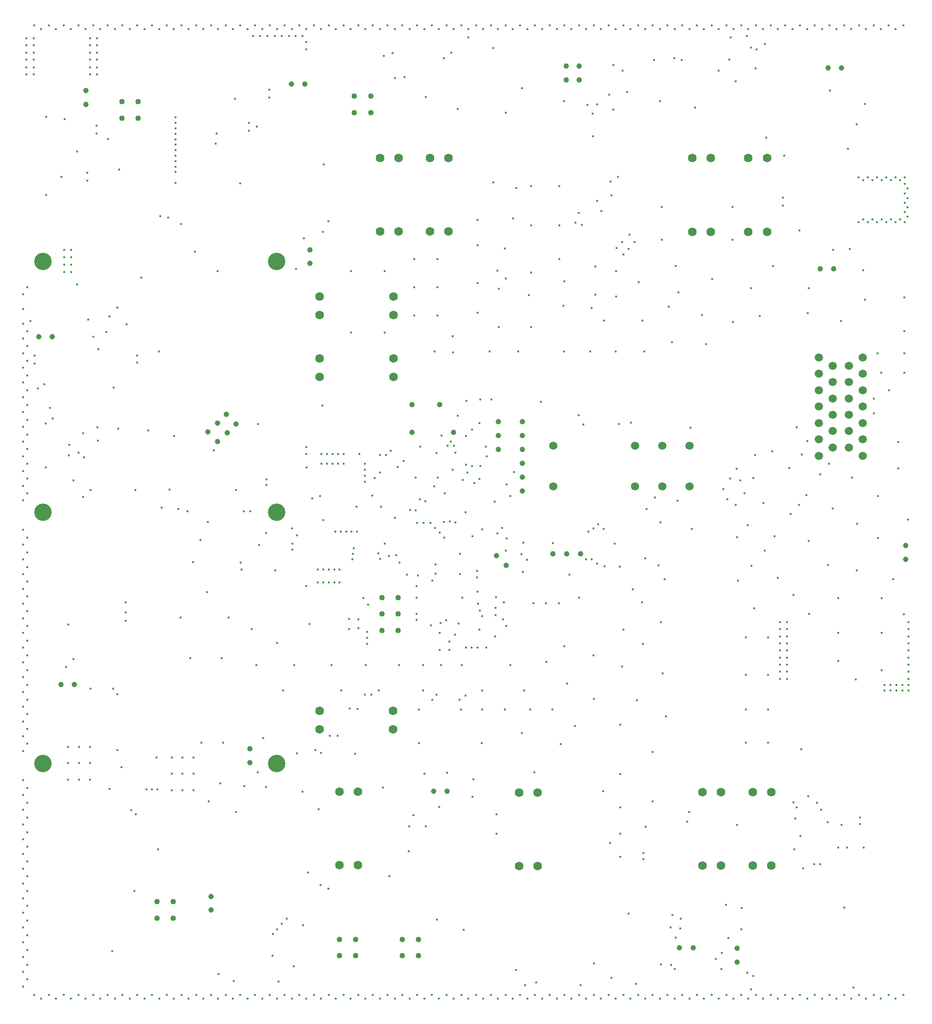
<source format=gbr>
%TF.GenerationSoftware,KiCad,Pcbnew,8.0.5*%
%TF.CreationDate,2025-02-10T13:32:15+01:00*%
%TF.ProjectId,FT25_PDU,46543235-5f50-4445-952e-6b696361645f,V1.2*%
%TF.SameCoordinates,Original*%
%TF.FileFunction,Plated,1,4,PTH,Drill*%
%TF.FilePolarity,Positive*%
%FSLAX46Y46*%
G04 Gerber Fmt 4.6, Leading zero omitted, Abs format (unit mm)*
G04 Created by KiCad (PCBNEW 8.0.5) date 2025-02-10 13:32:15*
%MOMM*%
%LPD*%
G01*
G04 APERTURE LIST*
%TA.AperFunction,ViaDrill*%
%ADD10C,0.400000*%
%TD*%
%TA.AperFunction,ComponentDrill*%
%ADD11C,1.000000*%
%TD*%
%TA.AperFunction,ComponentDrill*%
%ADD12C,1.020000*%
%TD*%
%TA.AperFunction,ComponentDrill*%
%ADD13C,1.500000*%
%TD*%
%TA.AperFunction,ComponentDrill*%
%ADD14C,1.600000*%
%TD*%
%TA.AperFunction,ComponentDrill*%
%ADD15C,3.200000*%
%TD*%
G04 APERTURE END LIST*
D10*
X112800000Y-104100000D03*
X112800000Y-106800000D03*
X112800000Y-109500000D03*
X112800000Y-112200001D03*
X112800000Y-114900000D03*
X112800000Y-117600000D03*
X112800000Y-120300001D03*
X112800000Y-123000000D03*
X112800000Y-125700000D03*
X112800000Y-128399999D03*
X112800000Y-131100000D03*
X112800000Y-133800000D03*
X112800000Y-136499999D03*
X112800000Y-139200000D03*
X112800000Y-141900000D03*
X112800000Y-147300000D03*
X112800000Y-150000000D03*
X112800000Y-152700000D03*
X112800000Y-155400001D03*
X112800000Y-158100000D03*
X112800000Y-160800000D03*
X112800000Y-163500001D03*
X112800000Y-166200000D03*
X112800000Y-168900000D03*
X112800000Y-171599999D03*
X112800000Y-174300000D03*
X112800000Y-177000000D03*
X112800000Y-179699999D03*
X112800000Y-182400000D03*
X112800000Y-185100000D03*
X112800000Y-187800000D03*
X112800000Y-193200000D03*
X112800000Y-195900000D03*
X112800000Y-198600001D03*
X112800000Y-201300000D03*
X112800000Y-204000000D03*
X112800000Y-206699999D03*
X112800000Y-209400000D03*
X112800000Y-212100000D03*
X112800000Y-214799999D03*
X112800000Y-217500000D03*
X112800000Y-220200000D03*
X112800000Y-222900000D03*
X112800000Y-225600001D03*
X112800000Y-228300000D03*
X112800000Y-231000000D03*
X113400000Y-57200000D03*
X113400000Y-58500000D03*
X113400000Y-59800000D03*
X113400000Y-61100000D03*
X113400000Y-62500000D03*
X113400000Y-63800000D03*
X113500000Y-102800000D03*
X113500000Y-110900000D03*
X113500000Y-113600000D03*
X113500000Y-116300000D03*
X113500000Y-119000000D03*
X113500000Y-121700000D03*
X113500000Y-124400000D03*
X113500000Y-127100000D03*
X113500000Y-129800000D03*
X113500000Y-132500000D03*
X113500000Y-135200000D03*
X113500000Y-137900000D03*
X113500000Y-140600000D03*
X113500000Y-148700000D03*
X113500000Y-151400000D03*
X113500000Y-154100000D03*
X113500000Y-156800000D03*
X113500000Y-159500000D03*
X113500000Y-162200000D03*
X113500000Y-164900000D03*
X113500000Y-167600000D03*
X113500000Y-170300000D03*
X113500000Y-173000000D03*
X113500000Y-175700000D03*
X113500000Y-178400000D03*
X113500000Y-181100000D03*
X113500000Y-183800000D03*
X113500000Y-186500000D03*
X113500000Y-194600000D03*
X113500000Y-197300000D03*
X113500000Y-200000000D03*
X113500000Y-202700000D03*
X113500000Y-205400000D03*
X113500000Y-208100000D03*
X113500000Y-210800000D03*
X113500000Y-213500000D03*
X113500000Y-216200000D03*
X113500000Y-218900000D03*
X113500000Y-221600000D03*
X113500000Y-224300000D03*
X113500000Y-227000000D03*
X113500000Y-229700000D03*
X114100000Y-109000000D03*
X114700000Y-57200000D03*
X114700000Y-58500000D03*
X114700000Y-59800000D03*
X114700000Y-61100000D03*
X114700000Y-62500000D03*
X114700000Y-63800000D03*
X114800000Y-54800000D03*
X114800000Y-232500000D03*
X114850000Y-115365000D03*
X114850000Y-116835000D03*
X115500000Y-121400000D03*
X116100000Y-55500000D03*
X116100000Y-233200000D03*
X116700000Y-120600008D03*
X116950000Y-127809998D03*
X116950000Y-135830000D03*
X117000000Y-85900000D03*
X117010000Y-71560000D03*
X117500000Y-54800000D03*
X117500000Y-232500000D03*
X117700000Y-124900000D03*
X118200000Y-126900000D03*
X118800000Y-55500000D03*
X118800000Y-233200000D03*
X119820000Y-82610000D03*
X120200000Y-54800000D03*
X120200000Y-232500000D03*
X120300000Y-96000000D03*
X120300000Y-97300000D03*
X120300000Y-98700000D03*
X120300000Y-100000000D03*
X120380000Y-72000000D03*
X120600000Y-172400000D03*
X121020000Y-187060000D03*
X121020000Y-190060000D03*
X121020000Y-193060000D03*
X121096643Y-164655057D03*
X121109733Y-133655785D03*
X121220000Y-131730000D03*
X121500000Y-55500000D03*
X121500000Y-233200000D03*
X121600000Y-96000000D03*
X121600000Y-97300000D03*
X121600000Y-98700000D03*
X121600000Y-100000000D03*
X122000006Y-138200000D03*
X122026642Y-170965056D03*
X122670000Y-77940000D03*
X122690000Y-102300000D03*
X122900000Y-54800000D03*
X122900000Y-232500000D03*
X122925000Y-133107169D03*
X123020000Y-187060000D03*
X123020000Y-190060000D03*
X123020000Y-193060000D03*
X123770000Y-129560000D03*
X123800000Y-141300000D03*
X123900000Y-134000000D03*
X124200000Y-55500000D03*
X124200000Y-233200000D03*
X124500000Y-81800000D03*
X124500000Y-83300000D03*
X124740000Y-108780000D03*
X125000000Y-57200000D03*
X125000000Y-58500000D03*
X125000000Y-59800000D03*
X125000000Y-61100000D03*
X125000000Y-62500000D03*
X125000000Y-63800000D03*
X125020000Y-187060000D03*
X125020000Y-190060000D03*
X125020000Y-193060000D03*
X125096643Y-176415000D03*
X125100000Y-140000000D03*
X125600000Y-54800000D03*
X125600000Y-232500000D03*
X125650000Y-111860000D03*
X126210000Y-73180000D03*
X126210000Y-74640000D03*
X126300000Y-57200000D03*
X126300000Y-58500000D03*
X126300000Y-59800000D03*
X126300000Y-61100000D03*
X126300000Y-62500000D03*
X126300000Y-63800000D03*
X126410000Y-128460000D03*
X126500000Y-130900000D03*
X126595000Y-114185000D03*
X126900000Y-55500000D03*
X126900000Y-233200000D03*
X128000000Y-111000000D03*
X128300000Y-54800000D03*
X128300000Y-232500000D03*
X128310000Y-75640000D03*
X128580000Y-194790000D03*
X128640000Y-108180000D03*
X129100000Y-224500000D03*
X129286643Y-176385057D03*
X129400000Y-121200000D03*
X129600000Y-55500000D03*
X129600000Y-233200000D03*
X130010000Y-177380000D03*
X130035000Y-187700000D03*
X130070000Y-106520000D03*
X130209425Y-128709479D03*
X130400000Y-81200000D03*
X130830000Y-190830000D03*
X131000000Y-54800000D03*
X131000000Y-232500000D03*
X131520000Y-162470000D03*
X131540000Y-160600000D03*
X131540000Y-163930000D03*
X131700000Y-109600000D03*
X132300000Y-55500000D03*
X132300000Y-233200000D03*
X132600000Y-198700000D03*
X133200000Y-213500002D03*
X133298000Y-139970000D03*
X133430000Y-199400000D03*
X133700000Y-54800000D03*
X133700000Y-115375000D03*
X133700000Y-116600000D03*
X133700000Y-232500000D03*
X134400001Y-101079999D03*
X135000000Y-55500000D03*
X135000000Y-233200000D03*
X135350000Y-194860000D03*
X135710000Y-129090000D03*
X136350000Y-194860000D03*
X136400000Y-54800000D03*
X136400000Y-232500000D03*
X137210000Y-189045000D03*
X137410000Y-194860000D03*
X137460000Y-205870000D03*
X137690000Y-114580000D03*
X137700000Y-55500000D03*
X137700000Y-233200000D03*
X137910000Y-89820000D03*
X138200000Y-143200000D03*
X139100000Y-54800000D03*
X139100000Y-232500000D03*
X139330000Y-90060000D03*
X139600000Y-139900000D03*
X140000000Y-189000000D03*
X140000000Y-192000000D03*
X140000000Y-195000000D03*
X140400000Y-55500000D03*
X140400000Y-233200000D03*
X140470000Y-130070000D03*
X140700000Y-71700000D03*
X140700000Y-72700000D03*
X140700000Y-73700000D03*
X140700000Y-74700000D03*
X140700000Y-75700000D03*
X140700000Y-76700000D03*
X140700000Y-77700000D03*
X140700000Y-78700000D03*
X140700000Y-79700000D03*
X140700000Y-80700000D03*
X140700000Y-81700000D03*
X140700000Y-83700000D03*
X141200000Y-143500000D03*
X141600000Y-163400000D03*
X141750000Y-91230000D03*
X141800000Y-54800000D03*
X141800000Y-232500000D03*
X142000000Y-189000000D03*
X142000000Y-192000000D03*
X142000000Y-195000000D03*
X142900000Y-143900000D03*
X143100000Y-55500000D03*
X143100000Y-233200000D03*
X143400000Y-170800000D03*
X143900000Y-153240000D03*
X144000000Y-189000000D03*
X144000000Y-192000000D03*
X144000000Y-195000000D03*
X144240000Y-96300000D03*
X144500000Y-54800000D03*
X144500000Y-232500000D03*
X145248008Y-149151992D03*
X145438624Y-186269996D03*
X145800000Y-55500000D03*
X145800000Y-233200000D03*
X146500000Y-158700000D03*
X146600000Y-145800000D03*
X146800000Y-197100000D03*
X147200000Y-54800000D03*
X147200000Y-232500000D03*
X147700000Y-132700000D03*
X148060000Y-76510000D03*
X148200000Y-74600000D03*
X148400000Y-99900000D03*
X148500000Y-55500000D03*
X148500000Y-233200000D03*
X148600000Y-228700000D03*
X148960000Y-193750000D03*
X149200000Y-170800000D03*
X149450000Y-186282143D03*
X149900000Y-54800000D03*
X149900000Y-232500000D03*
X150400000Y-163400000D03*
X151200000Y-55500000D03*
X151200000Y-233200000D03*
X151402000Y-229980000D03*
X151600000Y-68300000D03*
X151800000Y-140000000D03*
X151800000Y-199000000D03*
X152590000Y-83790000D03*
X152600000Y-54800000D03*
X152600000Y-232500000D03*
X152615045Y-153286262D03*
X152780000Y-154550000D03*
X153255000Y-143865000D03*
X153301992Y-194298008D03*
X153900000Y-55500000D03*
X153900000Y-233200000D03*
X154200000Y-72700000D03*
X154200000Y-74100000D03*
X154425000Y-143860000D03*
X154700000Y-165500000D03*
X154900000Y-56750000D03*
X155300000Y-54800000D03*
X155300000Y-232500000D03*
X155500000Y-172100000D03*
X155620000Y-73390000D03*
X155805000Y-191700000D03*
X155900000Y-127900000D03*
X156030000Y-150040000D03*
X156200000Y-56750000D03*
X156600000Y-55500000D03*
X156600000Y-233200000D03*
X156800000Y-185450000D03*
X157300000Y-147900000D03*
X157300000Y-194400000D03*
X157374997Y-138074989D03*
X157400000Y-139100000D03*
X157550000Y-56750000D03*
X157865000Y-68065000D03*
X157895000Y-66595000D03*
X158000000Y-54800000D03*
X158000000Y-232500000D03*
X158500000Y-225300000D03*
X158600000Y-221350000D03*
X158900000Y-56750000D03*
X158990000Y-154700000D03*
X159300000Y-55500000D03*
X159300000Y-168000000D03*
X159300000Y-233200000D03*
X159350000Y-220500000D03*
X159600000Y-230100000D03*
X160200000Y-56750000D03*
X160220000Y-219510000D03*
X160400000Y-176700000D03*
X160700000Y-54800000D03*
X160700000Y-232500000D03*
X161120000Y-218550000D03*
X161500000Y-56750000D03*
X162000000Y-55500000D03*
X162000000Y-233200000D03*
X162039380Y-146994046D03*
X162100000Y-149849997D03*
X162100000Y-150900000D03*
X162340000Y-227320000D03*
X162500000Y-172100000D03*
X162700000Y-56750000D03*
X162830000Y-99440000D03*
X162950000Y-188250000D03*
X162999999Y-148299999D03*
X163400000Y-54800000D03*
X163400000Y-232500000D03*
X163950000Y-56750000D03*
X164010000Y-195260000D03*
X164060000Y-219720000D03*
X164250000Y-93870000D03*
X164640000Y-133350000D03*
X164650000Y-57900000D03*
X164650000Y-59200000D03*
X164660000Y-132100000D03*
X164699992Y-157600000D03*
X164700000Y-55500000D03*
X164700000Y-233200000D03*
X164730000Y-135850000D03*
X165025000Y-210100000D03*
X165250000Y-164525000D03*
X165800000Y-141500000D03*
X166100000Y-54800000D03*
X166100000Y-232500000D03*
X166400000Y-187700000D03*
X166800000Y-154600000D03*
X166800000Y-156900000D03*
X166975000Y-198520000D03*
X167200000Y-141100000D03*
X167300000Y-212400000D03*
X167400000Y-55500000D03*
X167400000Y-188200000D03*
X167400000Y-233200000D03*
X167500000Y-133400000D03*
X167500000Y-135200000D03*
X167600000Y-124500000D03*
X167700000Y-92700000D03*
X167800000Y-145500000D03*
X167800000Y-154600000D03*
X167800000Y-156900000D03*
X167870000Y-80280000D03*
X168500000Y-133400000D03*
X168500000Y-135200000D03*
X168746017Y-213092734D03*
X168750000Y-90690000D03*
X168800000Y-54800000D03*
X168800000Y-154600000D03*
X168800000Y-156900000D03*
X168800000Y-232500000D03*
X169000000Y-185000000D03*
X169300000Y-172100000D03*
X169500000Y-133400000D03*
X169500000Y-135200000D03*
X169800000Y-154600000D03*
X169800000Y-156900000D03*
X170000000Y-147600000D03*
X170100000Y-55500000D03*
X170100000Y-233200000D03*
X170399993Y-185000007D03*
X170500000Y-133400000D03*
X170500000Y-135200000D03*
X170800000Y-154600000D03*
X170800000Y-156900000D03*
X171000000Y-147600000D03*
X171100000Y-176700000D03*
X171500000Y-54800000D03*
X171500000Y-133400000D03*
X171500000Y-135200000D03*
X171500000Y-232500000D03*
X172000000Y-147600000D03*
X172500000Y-163600002D03*
X172500010Y-165500000D03*
X172630000Y-180080042D03*
X172800000Y-55500000D03*
X172800000Y-233200000D03*
X172900000Y-99900000D03*
X172900000Y-111100000D03*
X173000000Y-147600000D03*
X173100000Y-152700000D03*
X173178100Y-151701287D03*
X173400000Y-150675000D03*
X173600000Y-188300000D03*
X173900000Y-143025000D03*
X174000000Y-147600000D03*
X174098008Y-180098008D03*
X174200000Y-54800000D03*
X174200000Y-163700000D03*
X174200000Y-165300000D03*
X174200000Y-232500000D03*
X174400000Y-133425000D03*
X175200000Y-159800000D03*
X175399996Y-177500000D03*
X175400000Y-135200000D03*
X175400000Y-136300000D03*
X175400000Y-137400000D03*
X175400000Y-138500000D03*
X175500000Y-55500000D03*
X175500000Y-233200000D03*
X175600000Y-172100000D03*
X175800000Y-166000000D03*
X175800000Y-167100000D03*
X175800000Y-168200000D03*
X176000000Y-161000000D03*
X176600000Y-177500000D03*
X176780000Y-141010000D03*
X176900000Y-54800000D03*
X176900000Y-232500000D03*
X177200000Y-137760000D03*
X177900000Y-151600000D03*
X178000000Y-176700000D03*
X178200000Y-55500000D03*
X178200000Y-133600000D03*
X178200000Y-233200000D03*
X178245000Y-136795000D03*
X178251992Y-152651992D03*
X178400000Y-143025000D03*
X178700000Y-194500000D03*
X178900000Y-60400000D03*
X179087574Y-149787575D03*
X179100000Y-99900000D03*
X179100000Y-111100000D03*
X179300000Y-133600000D03*
X179600000Y-54800000D03*
X179600000Y-232500000D03*
X179800000Y-152100000D03*
X179900000Y-210800000D03*
X180200000Y-132800000D03*
X180473008Y-59923008D03*
X180900000Y-55500000D03*
X180900000Y-145064290D03*
X180900000Y-233200000D03*
X180950000Y-64500000D03*
X181168421Y-151900000D03*
X181400000Y-135721507D03*
X181700000Y-172100000D03*
X181800000Y-153300000D03*
X182300000Y-54800000D03*
X182300000Y-232500000D03*
X182550000Y-134690000D03*
X182700000Y-64300000D03*
X183096519Y-155468306D03*
X183500000Y-206170000D03*
X183520000Y-201650000D03*
X183600000Y-55500000D03*
X183600000Y-233200000D03*
X183700000Y-143600000D03*
X184300000Y-199600000D03*
X184500000Y-97700000D03*
X184500000Y-102800000D03*
X184500000Y-108000000D03*
X184700000Y-137700000D03*
X184700000Y-143700000D03*
X184900000Y-157600000D03*
X184900000Y-159725000D03*
X184900000Y-162725000D03*
X184900000Y-163800000D03*
X185000000Y-54800000D03*
X185000000Y-146000000D03*
X185000000Y-232500000D03*
X185171992Y-155668008D03*
X185300000Y-180200000D03*
X185300000Y-186400000D03*
X185500000Y-141700000D03*
X185600000Y-132000000D03*
X186100000Y-172100000D03*
X186100000Y-176700000D03*
X186200000Y-146000000D03*
X186300000Y-55500000D03*
X186300000Y-192000000D03*
X186300000Y-233200000D03*
X186551992Y-142048008D03*
X186600000Y-201600000D03*
X186625001Y-67910000D03*
X187400000Y-146000000D03*
X187500000Y-164800000D03*
X187700000Y-54800000D03*
X187700000Y-232500000D03*
X187739097Y-156575000D03*
X187800000Y-178400000D03*
X188100000Y-139300000D03*
X188200000Y-114600000D03*
X188300000Y-146900000D03*
X188399998Y-155300000D03*
X188400000Y-153650000D03*
X188499994Y-133200000D03*
X188575000Y-177500000D03*
X188600000Y-218700000D03*
X188700000Y-97700000D03*
X188700000Y-102800000D03*
X188700000Y-108000000D03*
X188797500Y-137702500D03*
X189000000Y-55500000D03*
X189000000Y-233200000D03*
X189060000Y-198100000D03*
X189100000Y-147800000D03*
X189100000Y-166200000D03*
X189100000Y-169300000D03*
X189300000Y-164400000D03*
X189400000Y-172100000D03*
X189500000Y-130000004D03*
X189900000Y-60800000D03*
X189911324Y-145800714D03*
X190000000Y-148700000D03*
X190100000Y-140600000D03*
X190300000Y-163900000D03*
X190400000Y-54800000D03*
X190400000Y-232500000D03*
X190500002Y-191800000D03*
X190600000Y-131900000D03*
X190900000Y-167800000D03*
X190900000Y-169300000D03*
X190961292Y-145792265D03*
X191200000Y-131100000D03*
X191260000Y-59820000D03*
X191500000Y-111800000D03*
X191500000Y-136300000D03*
X191600000Y-114800000D03*
X191700000Y-55500000D03*
X191700000Y-233200000D03*
X191800000Y-131900000D03*
X191900000Y-166500000D03*
X192007326Y-145883469D03*
X192025000Y-133155564D03*
X192400000Y-126400000D03*
X192450000Y-70165001D03*
X192600000Y-164500000D03*
X192800000Y-178475000D03*
X192817991Y-151682009D03*
X192829810Y-155370190D03*
X193000000Y-180200000D03*
X193100000Y-54800000D03*
X193100000Y-232500000D03*
X193225000Y-172100000D03*
X193300000Y-159700000D03*
X193400000Y-138100000D03*
X193560000Y-220630000D03*
X193900000Y-144100000D03*
X193900000Y-177700000D03*
X193990000Y-135364382D03*
X194000000Y-130100000D03*
X194000000Y-168900000D03*
X194062314Y-123660425D03*
X194201992Y-136801992D03*
X194400000Y-55500000D03*
X194400000Y-233200000D03*
X194400004Y-57000000D03*
X195000000Y-168900000D03*
X195050000Y-135577024D03*
X195100000Y-128900000D03*
X195112500Y-148487500D03*
X195170000Y-196200000D03*
X195300000Y-193000000D03*
X195500000Y-138700000D03*
X195800000Y-54800000D03*
X195800000Y-232500000D03*
X195967991Y-154832009D03*
X196000000Y-156000000D03*
X196079810Y-158620190D03*
X196100000Y-90500000D03*
X196100000Y-95100000D03*
X196100000Y-102100000D03*
X196100000Y-107500000D03*
X196100000Y-168900012D03*
X196133795Y-160866207D03*
X196400000Y-127700000D03*
X196400000Y-138000000D03*
X196450000Y-165550000D03*
X196500000Y-162121928D03*
X196600000Y-123425000D03*
X196600000Y-135633794D03*
X196800000Y-186400000D03*
X196899966Y-163092769D03*
X196900000Y-147200000D03*
X196900000Y-176700000D03*
X196925000Y-180200000D03*
X197100000Y-55500000D03*
X197100000Y-233200000D03*
X197600000Y-132070000D03*
X197700000Y-168900000D03*
X197780000Y-133810000D03*
X198300000Y-114600000D03*
X198500000Y-54800000D03*
X198500000Y-232500000D03*
X198600000Y-123425000D03*
X198930009Y-83630009D03*
X198981636Y-58948364D03*
X199250000Y-142110000D03*
X199301990Y-166798006D03*
X199400000Y-161600000D03*
X199400000Y-162900000D03*
X199500000Y-159600000D03*
X199550000Y-202990000D03*
X199570000Y-199410000D03*
X199726447Y-147940495D03*
X199750000Y-99750000D03*
X199800000Y-55500000D03*
X199800000Y-233200000D03*
X200000000Y-103100000D03*
X200000000Y-110100000D03*
X200540000Y-146910000D03*
X200700008Y-163700000D03*
X200900000Y-160600000D03*
X201100000Y-95700000D03*
X201100000Y-180200000D03*
X201199997Y-101199997D03*
X201200000Y-54800000D03*
X201200000Y-151100000D03*
X201200000Y-232500000D03*
X201240000Y-70840000D03*
X201326447Y-164859505D03*
X201379994Y-139000000D03*
X201400014Y-148900000D03*
X202070000Y-141100000D03*
X202100000Y-172100000D03*
X202500000Y-55500000D03*
X202500000Y-233200000D03*
X202600000Y-90200000D03*
X202800000Y-136700000D03*
X203100000Y-228000000D03*
X203200000Y-84600000D03*
X203500000Y-114600000D03*
X203900000Y-54800000D03*
X203900000Y-232500000D03*
X204100000Y-151800000D03*
X204200000Y-66300000D03*
X204200000Y-184500000D03*
X204400000Y-155000000D03*
X204430000Y-149675000D03*
X204600000Y-176700000D03*
X204800000Y-230800000D03*
X205100000Y-152800000D03*
X205200000Y-55500000D03*
X205200000Y-233200000D03*
X205500000Y-104300000D03*
X205700000Y-180200000D03*
X205900000Y-84300000D03*
X205900000Y-91500000D03*
X205900000Y-100100000D03*
X205900000Y-110100000D03*
X206300000Y-160700000D03*
X206500000Y-191700000D03*
X206600000Y-54800000D03*
X206600000Y-232500000D03*
X206840000Y-230230000D03*
X207700000Y-123800000D03*
X207900000Y-55500000D03*
X207900000Y-233200000D03*
X208600000Y-160700000D03*
X208700000Y-171500000D03*
X209300000Y-54800000D03*
X209300000Y-232500000D03*
X209800000Y-180200000D03*
X209900000Y-149700000D03*
X210600000Y-55500000D03*
X210600000Y-233200000D03*
X211000000Y-160700000D03*
X211100000Y-84300000D03*
X211100000Y-91500000D03*
X211100000Y-97700000D03*
X211300000Y-186600000D03*
X211800000Y-106200000D03*
X211890000Y-68700000D03*
X211900000Y-114600000D03*
X212000000Y-54800000D03*
X212000000Y-101700000D03*
X212000000Y-168600000D03*
X212000000Y-232500000D03*
X212500000Y-175500000D03*
X212900000Y-155475000D03*
X213300000Y-55500000D03*
X213300000Y-233200000D03*
X213900000Y-183300000D03*
X214000000Y-91000000D03*
X214590000Y-126320000D03*
X214599998Y-89200002D03*
X214700000Y-54800000D03*
X214700000Y-159700000D03*
X214700000Y-232500000D03*
X215000000Y-230800000D03*
X215200000Y-91400000D03*
X215500000Y-128000000D03*
X215942925Y-152674563D03*
X216000000Y-55500000D03*
X216000000Y-233200000D03*
X216200000Y-69400000D03*
X216400000Y-147600000D03*
X216700000Y-114600000D03*
X216989289Y-152725000D03*
X217000000Y-106600000D03*
X217140000Y-70970000D03*
X217270000Y-75120000D03*
X217300000Y-147000000D03*
X217300000Y-170300000D03*
X217400000Y-54800000D03*
X217400000Y-178300000D03*
X217400000Y-232500000D03*
X217427008Y-226775000D03*
X217700000Y-99000000D03*
X217700000Y-104200000D03*
X218000000Y-69300000D03*
X218000000Y-87000000D03*
X218000000Y-153500000D03*
X218200000Y-146300000D03*
X218700000Y-55500000D03*
X218700000Y-233200000D03*
X218798012Y-88898004D03*
X219100000Y-195200000D03*
X219200000Y-147075000D03*
X219300000Y-108900000D03*
X219340589Y-153966688D03*
X220100000Y-54800000D03*
X220100000Y-232500000D03*
X220225000Y-67500000D03*
X220400000Y-204700000D03*
X220500000Y-83399996D03*
X220600000Y-86000000D03*
X220600000Y-229400000D03*
X221000000Y-62100000D03*
X221000000Y-70200000D03*
X221190000Y-149810000D03*
X221400000Y-55500000D03*
X221400000Y-114600000D03*
X221400000Y-233200000D03*
X221500000Y-99900000D03*
X221500000Y-104500000D03*
X221600000Y-95600000D03*
X221820000Y-82600000D03*
X222000000Y-127899960D03*
X222170599Y-154075000D03*
X222200000Y-183000000D03*
X222200000Y-192100000D03*
X222200000Y-198200000D03*
X222200000Y-203000000D03*
X222200000Y-207200000D03*
X222600000Y-94500000D03*
X222600000Y-172300000D03*
X222700008Y-63100000D03*
X222800000Y-54800000D03*
X222800000Y-96800000D03*
X222800000Y-165600000D03*
X222800000Y-232500000D03*
X223500000Y-67000000D03*
X223800000Y-95800000D03*
X223800000Y-217600000D03*
X223901000Y-93200000D03*
X224100000Y-55500000D03*
X224100000Y-233200000D03*
X224200000Y-127600000D03*
X224500000Y-158200000D03*
X224900000Y-94500000D03*
X225100008Y-230500000D03*
X225300000Y-178500000D03*
X225500000Y-54800000D03*
X225500000Y-232500000D03*
X225600000Y-101900000D03*
X226200000Y-160600000D03*
X226300000Y-108900000D03*
X226400000Y-168200000D03*
X226460000Y-206550000D03*
X226460000Y-207680000D03*
X226600000Y-114600000D03*
X226800000Y-55500000D03*
X226800000Y-152500000D03*
X226800000Y-233200000D03*
X226900000Y-201700000D03*
X227100000Y-143490250D03*
X228200000Y-54800000D03*
X228200000Y-188000000D03*
X228200000Y-197100000D03*
X228200000Y-232500000D03*
X228400000Y-61200000D03*
X228550378Y-141349621D03*
X229300000Y-153800000D03*
X229500000Y-55500000D03*
X229500000Y-233200000D03*
X229540000Y-68670000D03*
X229600000Y-145900000D03*
X229700000Y-164200000D03*
X229706522Y-226989502D03*
X229900000Y-88100000D03*
X229900000Y-94100000D03*
X230000000Y-173600000D03*
X230400000Y-156300000D03*
X230600000Y-181500000D03*
X230900000Y-54800000D03*
X230900000Y-232500000D03*
X231100000Y-106400000D03*
X231500000Y-220200000D03*
X231550000Y-227000000D03*
X231700000Y-112900000D03*
X231775000Y-217920000D03*
X232150001Y-60800000D03*
X232200000Y-55500000D03*
X232200000Y-233200000D03*
X232238147Y-227775000D03*
X232400000Y-98900000D03*
X232400000Y-222000000D03*
X232700000Y-141925000D03*
X232900000Y-103800000D03*
X233278008Y-220361992D03*
X233360000Y-218530000D03*
X233500000Y-61200000D03*
X233600000Y-54800000D03*
X233600000Y-232500000D03*
X234500000Y-200750000D03*
X234852089Y-199006073D03*
X234900000Y-55500000D03*
X234900000Y-233200000D03*
X235100000Y-128600000D03*
X235375000Y-147075000D03*
X235970000Y-69880000D03*
X236300000Y-54800000D03*
X236300000Y-232500000D03*
X237200000Y-107900000D03*
X237600000Y-55500000D03*
X237600000Y-233200000D03*
X238000000Y-113200000D03*
X239000000Y-54800000D03*
X239000000Y-232500000D03*
X239100000Y-101300000D03*
X239750000Y-225950000D03*
X240270000Y-63100000D03*
X240300000Y-55500000D03*
X240300000Y-233200000D03*
X240800000Y-227800000D03*
X240850000Y-224850000D03*
X241100000Y-139800000D03*
X241590000Y-216010000D03*
X241700000Y-54800000D03*
X241700000Y-232500000D03*
X241901041Y-141700000D03*
X242075015Y-222124985D03*
X242201992Y-61125000D03*
X242425000Y-137881802D03*
X242440000Y-57040000D03*
X242800000Y-88100000D03*
X242800000Y-94100000D03*
X242900000Y-109200000D03*
X243000000Y-55500000D03*
X243000000Y-233200000D03*
X243400000Y-65100000D03*
X243400000Y-142700000D03*
X243600000Y-136100000D03*
X243620000Y-201400000D03*
X243700000Y-148600000D03*
X243800000Y-156600000D03*
X244266563Y-138250000D03*
X244400000Y-54800000D03*
X244400000Y-232500000D03*
X244450000Y-220530000D03*
X244490000Y-216660000D03*
X245000000Y-140600000D03*
X245300000Y-167000000D03*
X245300000Y-173900000D03*
X245300000Y-180200000D03*
X245300000Y-186300000D03*
X245425000Y-56774999D03*
X245500000Y-228500000D03*
X245600000Y-146400000D03*
X245700000Y-55500000D03*
X245700000Y-233200000D03*
X246200000Y-58900000D03*
X246200000Y-103000000D03*
X246200000Y-231500000D03*
X246300000Y-153900000D03*
X246600000Y-137800000D03*
X246600000Y-229100000D03*
X246800000Y-161700000D03*
X247000008Y-133600000D03*
X247030000Y-62725000D03*
X247100000Y-54800000D03*
X247100000Y-232500000D03*
X247207740Y-59194900D03*
X247800000Y-108100000D03*
X248400000Y-55500000D03*
X248400000Y-233200000D03*
X248500000Y-142400000D03*
X248700000Y-58200000D03*
X248700000Y-151100000D03*
X249000000Y-75400000D03*
X249300000Y-167000000D03*
X249300000Y-173900000D03*
X249300000Y-180200000D03*
X249300000Y-186300000D03*
X249800000Y-54800000D03*
X249800000Y-232500000D03*
X250100000Y-132900000D03*
X250300000Y-98900000D03*
X250500000Y-148500000D03*
X251100000Y-55500000D03*
X251100000Y-156100000D03*
X251100000Y-233200000D03*
X251500000Y-164200000D03*
X251500000Y-165500000D03*
X251500000Y-166800000D03*
X251500000Y-168100000D03*
X251500000Y-169400000D03*
X251500000Y-170700000D03*
X251500000Y-172000000D03*
X251500000Y-173300000D03*
X251500000Y-174600000D03*
X252050000Y-86400000D03*
X252050000Y-87800000D03*
X252300000Y-78700000D03*
X252500000Y-54800000D03*
X252500000Y-232500000D03*
X252800000Y-164200000D03*
X252800000Y-165500000D03*
X252800000Y-166800000D03*
X252800000Y-168100000D03*
X252800000Y-169400000D03*
X252800000Y-170700000D03*
X252800000Y-172000000D03*
X252800000Y-173300000D03*
X252800000Y-174600000D03*
X253200000Y-135900000D03*
X253500000Y-144400000D03*
X253800000Y-55500000D03*
X253800000Y-233200000D03*
X253979994Y-197260000D03*
X254000000Y-159200000D03*
X254200000Y-205900000D03*
X254325000Y-200207326D03*
X254600000Y-128500000D03*
X254600000Y-198200000D03*
X255000000Y-142700000D03*
X255100000Y-92400000D03*
X255200000Y-54800000D03*
X255200000Y-232500000D03*
X255264720Y-203443899D03*
X255400002Y-187499995D03*
X255500000Y-133500000D03*
X255800000Y-209340000D03*
X256400000Y-140900000D03*
X256500000Y-55500000D03*
X256500000Y-131000000D03*
X256500000Y-233200000D03*
X256600000Y-107600000D03*
X256690000Y-196100000D03*
X256800000Y-103000000D03*
X256800000Y-149300000D03*
X256899996Y-162700000D03*
X257800000Y-208564999D03*
X257900000Y-54800000D03*
X257900000Y-232500000D03*
X258320002Y-197355000D03*
X258864644Y-208564999D03*
X258900000Y-137100000D03*
X259110000Y-198600000D03*
X259200000Y-55500000D03*
X259200000Y-233200000D03*
X260240000Y-200890000D03*
X260300000Y-153700000D03*
X260500000Y-135200000D03*
X260600000Y-54800000D03*
X260600000Y-232500000D03*
X260700000Y-66800000D03*
X261200000Y-143400000D03*
X261300000Y-96000000D03*
X261900000Y-55500000D03*
X261900000Y-233200000D03*
X262200000Y-159800000D03*
X262200000Y-166200000D03*
X262200000Y-171300000D03*
X262240000Y-205570000D03*
X262700000Y-109000000D03*
X262820000Y-201410000D03*
X263300000Y-54800000D03*
X263300000Y-216500000D03*
X263300000Y-232500000D03*
X263800000Y-205500000D03*
X264000000Y-77400000D03*
X264299998Y-95800000D03*
X264600000Y-55500000D03*
X264600000Y-233200000D03*
X264700000Y-137700000D03*
X265000000Y-231200000D03*
X265400000Y-174700000D03*
X265600000Y-72900000D03*
X265600000Y-154700000D03*
X265700000Y-146200000D03*
X265899999Y-90900000D03*
X265900000Y-82700000D03*
X266000000Y-54800000D03*
X266000000Y-232500000D03*
X266180000Y-200010000D03*
X266200000Y-201200000D03*
X266750000Y-83226782D03*
X266750000Y-90373218D03*
X266800000Y-99700000D03*
X266900000Y-205500000D03*
X267082501Y-69210000D03*
X267100000Y-105100000D03*
X267300000Y-55500000D03*
X267300000Y-233200000D03*
X267600000Y-82700000D03*
X267600000Y-90900000D03*
X268450000Y-83226782D03*
X268450000Y-90373218D03*
X268700000Y-54800000D03*
X268700000Y-123200000D03*
X268700000Y-125900000D03*
X268700000Y-232500000D03*
X269299999Y-90900000D03*
X269300000Y-82700000D03*
X269400000Y-114900000D03*
X269500000Y-141100000D03*
X269500000Y-148800000D03*
X270000000Y-55500000D03*
X270000000Y-233200000D03*
X270100000Y-118500000D03*
X270150000Y-83226782D03*
X270150000Y-90373218D03*
X270200000Y-159800000D03*
X270200000Y-166200000D03*
X270200000Y-173000000D03*
X270700000Y-175700000D03*
X270700000Y-176700000D03*
X271000000Y-82700000D03*
X271000000Y-90900000D03*
X271400000Y-54800000D03*
X271400000Y-232500000D03*
X271500000Y-121699968D03*
X271800000Y-175700000D03*
X271800000Y-176700000D03*
X271850000Y-83226782D03*
X271850000Y-90373218D03*
X272300000Y-156300000D03*
X272699999Y-90900000D03*
X272700000Y-55500000D03*
X272700000Y-82700000D03*
X272700000Y-233200000D03*
X272900000Y-175700000D03*
X272900000Y-176700000D03*
X273200000Y-131200000D03*
X273200000Y-136000000D03*
X273550000Y-83226782D03*
X273550000Y-90373218D03*
X274000000Y-175700000D03*
X274000000Y-176700000D03*
X274100000Y-54800000D03*
X274100000Y-232500000D03*
X274200000Y-162800000D03*
X274300000Y-104700000D03*
X274300000Y-110900000D03*
X274300000Y-114900000D03*
X274300000Y-118500000D03*
X274400000Y-82700000D03*
X274400000Y-83899999D03*
X274400000Y-85600000D03*
X274400000Y-87299999D03*
X274400000Y-89000000D03*
X274400000Y-90900000D03*
X274926782Y-84750000D03*
X274926782Y-86450000D03*
X274926782Y-88150000D03*
X274926782Y-89850000D03*
X275000000Y-145400000D03*
X275100000Y-164200000D03*
X275100000Y-165500000D03*
X275100000Y-166800000D03*
X275100000Y-168100000D03*
X275100000Y-169400000D03*
X275100000Y-170700000D03*
X275100000Y-172000000D03*
X275100000Y-173300000D03*
X275100000Y-174600000D03*
X275100000Y-175700000D03*
X275100000Y-176700000D03*
D11*
%TO.C,TP7*%
X115640000Y-111860000D03*
X118140000Y-111860000D03*
%TO.C,TP8*%
X119700000Y-175640000D03*
X122200000Y-175640000D03*
%TO.C,TP19*%
X124290000Y-66770000D03*
X124290000Y-69270000D03*
%TO.C,TP16*%
X146658507Y-129361594D03*
%TO.C,TP13*%
X147190001Y-214490000D03*
X147190001Y-216990000D03*
%TO.C,TP15*%
X148399929Y-127761594D03*
%TO.C,TP16*%
X148426274Y-131129361D03*
%TO.C,TP17*%
X150052233Y-126132233D03*
%TO.C,TP15*%
X150167696Y-129529361D03*
%TO.C,TP17*%
X151820000Y-127900000D03*
%TO.C,TP6*%
X154370000Y-187430000D03*
X154370000Y-189930000D03*
%TO.C,TP18*%
X161920000Y-65550000D03*
X164420000Y-65550000D03*
%TO.C,TP2*%
X165320000Y-95960000D03*
X165320000Y-98460000D03*
%TO.C,K2*%
X184050000Y-124340000D03*
X184050000Y-129420000D03*
%TO.C,TP5*%
X188000000Y-195230000D03*
%TO.C,K2*%
X189130000Y-124340000D03*
%TO.C,TP5*%
X190500000Y-195230000D03*
%TO.C,K2*%
X191670000Y-129420000D03*
%TO.C,TP11*%
X199560553Y-152033274D03*
%TO.C,J2*%
X199865000Y-127465000D03*
X199865000Y-130005000D03*
X199865000Y-132545000D03*
%TO.C,TP11*%
X201328320Y-153801041D03*
%TO.C,J4*%
X204285000Y-127465000D03*
X204285000Y-130005000D03*
X204285000Y-132545000D03*
X204285000Y-135085000D03*
X204285000Y-137625000D03*
X204285000Y-140165000D03*
%TO.C,U11*%
X209860000Y-151720000D03*
%TO.C,TP12*%
X212339141Y-62292342D03*
X212339141Y-64792342D03*
%TO.C,U11*%
X212400000Y-151720000D03*
%TO.C,TP3*%
X214665218Y-62297470D03*
X214665218Y-64797470D03*
%TO.C,U11*%
X214940000Y-151720000D03*
%TO.C,TP10*%
X233090000Y-223860000D03*
X235590000Y-223860000D03*
%TO.C,TP1*%
X243620000Y-224000000D03*
X243620000Y-226500000D03*
%TO.C,TP14*%
X258880000Y-99440000D03*
%TO.C,TP4*%
X260299999Y-62600000D03*
%TO.C,TP14*%
X261380000Y-99440000D03*
%TO.C,TP4*%
X262799999Y-62600000D03*
%TO.C,TP9*%
X274570000Y-150180000D03*
X274570000Y-152680000D03*
D12*
%TO.C,J9*%
X130879500Y-68825800D03*
X130879500Y-71825800D03*
X133879500Y-68825800D03*
X133879500Y-71825800D03*
%TO.C,J11*%
X137324000Y-215474200D03*
X137324000Y-218474200D03*
X140324000Y-215474200D03*
X140324000Y-218474200D03*
%TO.C,J1*%
X170750000Y-222364200D03*
X170750000Y-225364200D03*
%TO.C,J5*%
X173505000Y-67795000D03*
X173505000Y-70795000D03*
%TO.C,J1*%
X173750000Y-222364200D03*
X173750000Y-225364200D03*
%TO.C,J5*%
X176505000Y-67795000D03*
X176505000Y-70795000D03*
%TO.C,J7*%
X178535000Y-159725000D03*
X178535000Y-162725000D03*
X178535000Y-165725000D03*
X181535000Y-159725000D03*
X181535000Y-162725000D03*
X181535000Y-165725000D03*
%TO.C,J3*%
X182234201Y-222361500D03*
X182234201Y-225361500D03*
X185234201Y-222361500D03*
X185234201Y-225361500D03*
D13*
%TO.C,K1*%
X209929411Y-131855000D03*
X209929411Y-139355000D03*
X224929411Y-131855000D03*
X224929411Y-139355000D03*
X229929411Y-131855000D03*
X229929411Y-139355000D03*
X234929411Y-131855000D03*
X234929411Y-139355000D03*
%TO.C,J10*%
X258650000Y-115700000D03*
X258650000Y-118700000D03*
X258650000Y-121700000D03*
X258650000Y-124700000D03*
X258650000Y-127700000D03*
X258650000Y-130700000D03*
X258650000Y-133700000D03*
X261150000Y-117200000D03*
X261150000Y-120200000D03*
X261150000Y-123200000D03*
X261150000Y-126200000D03*
X261150000Y-129200000D03*
X261150000Y-132200000D03*
X264150000Y-117200000D03*
X264150000Y-120200000D03*
X264150000Y-123200000D03*
X264150000Y-126200000D03*
X264150000Y-129200000D03*
X264150000Y-132200000D03*
X266650000Y-115700000D03*
X266650000Y-118700000D03*
X266650000Y-121700000D03*
X266650000Y-124700000D03*
X266650000Y-127700000D03*
X266650000Y-130700000D03*
X266650000Y-133700000D03*
D14*
%TO.C,H12*%
X167110000Y-180485000D03*
X167110000Y-183885000D03*
%TO.C,H15*%
X167159999Y-115825000D03*
X167159999Y-119225000D03*
%TO.C,H11*%
X167160000Y-104545000D03*
X167160000Y-107945000D03*
%TO.C,H10*%
X170725000Y-195300000D03*
X170725000Y-208770000D03*
X174125000Y-195300000D03*
X174125000Y-208770000D03*
%TO.C,H6*%
X178185000Y-79150000D03*
X178185000Y-92620000D03*
%TO.C,H12*%
X180580000Y-180485000D03*
X180580000Y-183885000D03*
%TO.C,H15*%
X180629999Y-115825000D03*
X180629999Y-119225000D03*
%TO.C,H11*%
X180630000Y-104545000D03*
X180630000Y-107945000D03*
%TO.C,H6*%
X181585000Y-79150000D03*
X181585000Y-92620000D03*
%TO.C,H14*%
X187375001Y-79150000D03*
X187375001Y-92620000D03*
X190775001Y-79150000D03*
X190775001Y-92620000D03*
%TO.C,H9*%
X203725000Y-195450000D03*
X203725000Y-208920000D03*
X207125000Y-195450000D03*
X207125000Y-208920000D03*
%TO.C,H7*%
X235435000Y-79160000D03*
X235435000Y-92630000D03*
%TO.C,H13*%
X237325000Y-195350000D03*
X237325000Y-208820000D03*
%TO.C,H7*%
X238835000Y-79160000D03*
X238835000Y-92630000D03*
%TO.C,H13*%
X240725000Y-195350000D03*
X240725000Y-208820000D03*
%TO.C,H8*%
X245725000Y-79160000D03*
X245725000Y-92630000D03*
%TO.C,H5*%
X246515000Y-195350000D03*
X246515000Y-208820000D03*
%TO.C,H8*%
X249125000Y-79160000D03*
X249125000Y-92630000D03*
%TO.C,H5*%
X249915000Y-195350000D03*
X249915000Y-208820000D03*
D15*
%TO.C,REF\u002A\u002A*%
X116410000Y-98080000D03*
X116410000Y-144080000D03*
X116410000Y-190080000D03*
X159210000Y-98080000D03*
X159210000Y-144080000D03*
X159210000Y-190080000D03*
M02*

</source>
